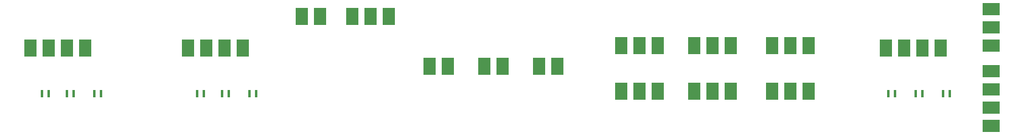
<source format=gbr>
G04 DipTrace 3.3.1.3*
G04 TopPaste.gbr*
%MOIN*%
G04 #@! TF.FileFunction,Paste,Top*
G04 #@! TF.Part,Single*
%ADD39R,0.01712X0.04212*%
%ADD41R,0.09212X0.06712*%
%ADD43R,0.06712X0.09212*%
%FSLAX26Y26*%
G04*
G70*
G90*
G75*
G01*
G04 TopPaste*
%LPD*%
D43*
X681200Y968700D3*
X781200D3*
X881200D3*
X981200D3*
X1543700D3*
X1643700D3*
X1743700D3*
X1843700D3*
X5368700D3*
X5468700D3*
X5568700D3*
X5668700D3*
D41*
X5943700Y1181200D3*
Y1081200D3*
Y981200D3*
D43*
X3168700Y868700D3*
X3268700D3*
X2868700D3*
X2968700D3*
X2168700Y1143700D3*
X2268700D3*
D39*
X1068700Y718700D3*
X1031199D3*
X918700D3*
X881199D3*
X743700D3*
X781201D3*
X1918700D3*
X1881199D3*
X1768700D3*
X1731199D3*
X1593700D3*
X1631201D3*
X5718700D3*
X5681199D3*
X5568700D3*
X5531199D3*
X5418700D3*
X5381199D3*
D41*
X5943700Y543700D3*
Y643700D3*
Y743700D3*
Y843700D3*
D43*
X3468700Y868700D3*
X3568700D3*
X2443700Y1143700D3*
X2543700D3*
X2643700D3*
X4743700Y731200D3*
X4843700D3*
X4943700D3*
X4318700D3*
X4418700D3*
X4518700D3*
X4743700Y981200D3*
X4843700D3*
X4943700D3*
X4318700D3*
X4418700D3*
X4518700D3*
X3918700D3*
X4018700D3*
X4118700D3*
X3918700Y731200D3*
X4018700D3*
X4118700D3*
M02*

</source>
